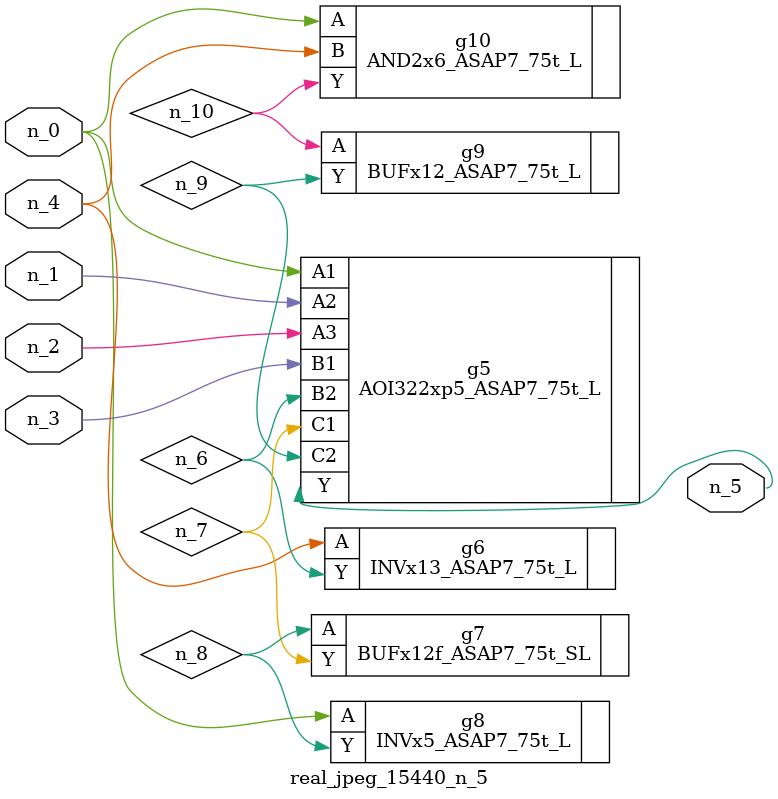
<source format=v>
module real_jpeg_15440_n_5 (n_4, n_0, n_1, n_2, n_3, n_5);

input n_4;
input n_0;
input n_1;
input n_2;
input n_3;

output n_5;

wire n_8;
wire n_6;
wire n_7;
wire n_10;
wire n_9;

AOI322xp5_ASAP7_75t_L g5 ( 
.A1(n_0),
.A2(n_1),
.A3(n_2),
.B1(n_3),
.B2(n_6),
.C1(n_7),
.C2(n_9),
.Y(n_5)
);

INVx5_ASAP7_75t_L g8 ( 
.A(n_0),
.Y(n_8)
);

AND2x6_ASAP7_75t_L g10 ( 
.A(n_0),
.B(n_4),
.Y(n_10)
);

INVx13_ASAP7_75t_L g6 ( 
.A(n_4),
.Y(n_6)
);

BUFx12f_ASAP7_75t_SL g7 ( 
.A(n_8),
.Y(n_7)
);

BUFx12_ASAP7_75t_L g9 ( 
.A(n_10),
.Y(n_9)
);


endmodule
</source>
